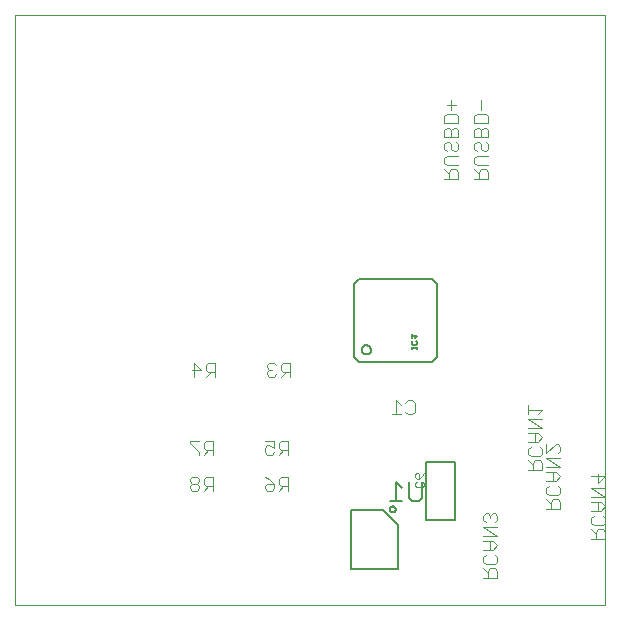
<source format=gbo>
G75*
%MOIN*%
%OFA0B0*%
%FSLAX25Y25*%
%IPPOS*%
%LPD*%
%AMOC8*
5,1,8,0,0,1.08239X$1,22.5*
%
%ADD10C,0.00000*%
%ADD11C,0.00400*%
%ADD12C,0.00600*%
%ADD13C,0.00500*%
%ADD14C,0.00800*%
%ADD15C,0.00700*%
%ADD16C,0.00300*%
D10*
X0002100Y0001100D02*
X0002100Y0197950D01*
X0198950Y0197950D01*
X0198950Y0001100D01*
X0002100Y0001100D01*
D11*
X0060435Y0040067D02*
X0061202Y0039300D01*
X0062737Y0039300D01*
X0063504Y0040067D01*
X0063504Y0040835D01*
X0062737Y0041602D01*
X0061202Y0041602D01*
X0060435Y0040835D01*
X0060435Y0040067D01*
X0061202Y0041602D02*
X0060435Y0042369D01*
X0060435Y0043137D01*
X0061202Y0043904D01*
X0062737Y0043904D01*
X0063504Y0043137D01*
X0063504Y0042369D01*
X0062737Y0041602D01*
X0065039Y0041602D02*
X0065039Y0043137D01*
X0065806Y0043904D01*
X0068108Y0043904D01*
X0068108Y0039300D01*
X0068108Y0040835D02*
X0065806Y0040835D01*
X0065039Y0041602D01*
X0066573Y0040835D02*
X0065039Y0039300D01*
X0065039Y0051300D02*
X0066573Y0052835D01*
X0065806Y0052835D02*
X0068108Y0052835D01*
X0068108Y0051300D02*
X0068108Y0055904D01*
X0065806Y0055904D01*
X0065039Y0055137D01*
X0065039Y0053602D01*
X0065806Y0052835D01*
X0063504Y0052067D02*
X0063504Y0051300D01*
X0063504Y0052067D02*
X0060435Y0055137D01*
X0060435Y0055904D01*
X0063504Y0055904D01*
X0061994Y0077300D02*
X0061994Y0081904D01*
X0064296Y0079602D01*
X0061227Y0079602D01*
X0065831Y0079602D02*
X0066598Y0078835D01*
X0068900Y0078835D01*
X0067365Y0078835D02*
X0065831Y0077300D01*
X0065831Y0079602D02*
X0065831Y0081137D01*
X0066598Y0081904D01*
X0068900Y0081904D01*
X0068900Y0077300D01*
X0086227Y0078067D02*
X0086994Y0077300D01*
X0088529Y0077300D01*
X0089296Y0078067D01*
X0090831Y0077300D02*
X0092365Y0078835D01*
X0091598Y0078835D02*
X0093900Y0078835D01*
X0093900Y0077300D02*
X0093900Y0081904D01*
X0091598Y0081904D01*
X0090831Y0081137D01*
X0090831Y0079602D01*
X0091598Y0078835D01*
X0089296Y0081137D02*
X0088529Y0081904D01*
X0086994Y0081904D01*
X0086227Y0081137D01*
X0086227Y0080369D01*
X0086994Y0079602D01*
X0086227Y0078835D01*
X0086227Y0078067D01*
X0086994Y0079602D02*
X0087761Y0079602D01*
X0088504Y0055904D02*
X0085435Y0055904D01*
X0086202Y0054369D02*
X0085435Y0053602D01*
X0085435Y0052067D01*
X0086202Y0051300D01*
X0087737Y0051300D01*
X0088504Y0052067D01*
X0088504Y0053602D02*
X0086969Y0054369D01*
X0086202Y0054369D01*
X0088504Y0053602D02*
X0088504Y0055904D01*
X0090039Y0055137D02*
X0090039Y0053602D01*
X0090806Y0052835D01*
X0093108Y0052835D01*
X0091573Y0052835D02*
X0090039Y0051300D01*
X0093108Y0051300D02*
X0093108Y0055904D01*
X0090806Y0055904D01*
X0090039Y0055137D01*
X0090806Y0043904D02*
X0090039Y0043137D01*
X0090039Y0041602D01*
X0090806Y0040835D01*
X0093108Y0040835D01*
X0091573Y0040835D02*
X0090039Y0039300D01*
X0088504Y0040067D02*
X0087737Y0039300D01*
X0086202Y0039300D01*
X0085435Y0040067D01*
X0085435Y0040835D01*
X0086202Y0041602D01*
X0088504Y0041602D01*
X0088504Y0040067D01*
X0088504Y0041602D02*
X0086969Y0043137D01*
X0085435Y0043904D01*
X0090806Y0043904D02*
X0093108Y0043904D01*
X0093108Y0039300D01*
X0127727Y0064800D02*
X0130796Y0064800D01*
X0129261Y0064800D02*
X0129261Y0069404D01*
X0130796Y0067869D01*
X0132331Y0068637D02*
X0133098Y0069404D01*
X0134633Y0069404D01*
X0135400Y0068637D01*
X0135400Y0065567D01*
X0134633Y0064800D01*
X0133098Y0064800D01*
X0132331Y0065567D01*
X0159067Y0031765D02*
X0158300Y0030998D01*
X0158300Y0029463D01*
X0159067Y0028696D01*
X0158300Y0027161D02*
X0162904Y0027161D01*
X0162137Y0028696D02*
X0162904Y0029463D01*
X0162904Y0030998D01*
X0162137Y0031765D01*
X0161369Y0031765D01*
X0160602Y0030998D01*
X0159835Y0031765D01*
X0159067Y0031765D01*
X0160602Y0030998D02*
X0160602Y0030231D01*
X0158300Y0027161D02*
X0162904Y0024092D01*
X0158300Y0024092D01*
X0158300Y0022557D02*
X0161369Y0022557D01*
X0162904Y0021023D01*
X0161369Y0019488D01*
X0158300Y0019488D01*
X0159067Y0017954D02*
X0158300Y0017186D01*
X0158300Y0015652D01*
X0159067Y0014884D01*
X0162137Y0014884D01*
X0162904Y0015652D01*
X0162904Y0017186D01*
X0162137Y0017954D01*
X0160602Y0019488D02*
X0160602Y0022557D01*
X0160602Y0013350D02*
X0159835Y0012582D01*
X0159835Y0010280D01*
X0159835Y0011815D02*
X0158300Y0013350D01*
X0160602Y0013350D02*
X0162137Y0013350D01*
X0162904Y0012582D01*
X0162904Y0010280D01*
X0158300Y0010280D01*
X0179300Y0033280D02*
X0183904Y0033280D01*
X0183904Y0035582D01*
X0183137Y0036350D01*
X0181602Y0036350D01*
X0180835Y0035582D01*
X0180835Y0033280D01*
X0180835Y0034815D02*
X0179300Y0036350D01*
X0180067Y0037884D02*
X0179300Y0038652D01*
X0179300Y0040186D01*
X0180067Y0040954D01*
X0179300Y0042488D02*
X0182369Y0042488D01*
X0183904Y0044023D01*
X0182369Y0045557D01*
X0179300Y0045557D01*
X0179300Y0047092D02*
X0183904Y0047092D01*
X0179300Y0050161D01*
X0183904Y0050161D01*
X0183137Y0051696D02*
X0183904Y0052463D01*
X0183904Y0053998D01*
X0183137Y0054765D01*
X0182369Y0054765D01*
X0179300Y0051696D01*
X0179300Y0054765D01*
X0177904Y0053206D02*
X0177904Y0051671D01*
X0177137Y0050904D01*
X0174067Y0050904D01*
X0173300Y0051671D01*
X0173300Y0053206D01*
X0174067Y0053973D01*
X0173300Y0055508D02*
X0176369Y0055508D01*
X0177904Y0057042D01*
X0176369Y0058577D01*
X0173300Y0058577D01*
X0173300Y0060112D02*
X0177904Y0060112D01*
X0173300Y0063181D01*
X0177904Y0063181D01*
X0176369Y0064716D02*
X0177904Y0066250D01*
X0173300Y0066250D01*
X0173300Y0064716D02*
X0173300Y0067785D01*
X0175602Y0058577D02*
X0175602Y0055508D01*
X0177137Y0053973D02*
X0177904Y0053206D01*
X0177137Y0049369D02*
X0175602Y0049369D01*
X0174835Y0048602D01*
X0174835Y0046300D01*
X0174835Y0047835D02*
X0173300Y0049369D01*
X0173300Y0046300D02*
X0177904Y0046300D01*
X0177904Y0048602D01*
X0177137Y0049369D01*
X0181602Y0045557D02*
X0181602Y0042488D01*
X0183137Y0040954D02*
X0183904Y0040186D01*
X0183904Y0038652D01*
X0183137Y0037884D01*
X0180067Y0037884D01*
X0194300Y0037112D02*
X0198904Y0037112D01*
X0194300Y0040181D01*
X0198904Y0040181D01*
X0196602Y0041716D02*
X0196602Y0044785D01*
X0194300Y0044018D02*
X0198904Y0044018D01*
X0196602Y0041716D01*
X0196602Y0035577D02*
X0196602Y0032508D01*
X0197369Y0032508D02*
X0194300Y0032508D01*
X0195067Y0030973D02*
X0194300Y0030206D01*
X0194300Y0028671D01*
X0195067Y0027904D01*
X0198137Y0027904D01*
X0198904Y0028671D01*
X0198904Y0030206D01*
X0198137Y0030973D01*
X0197369Y0032508D02*
X0198904Y0034042D01*
X0197369Y0035577D01*
X0194300Y0035577D01*
X0194300Y0026369D02*
X0195835Y0024835D01*
X0195835Y0025602D02*
X0195835Y0023300D01*
X0194300Y0023300D02*
X0198904Y0023300D01*
X0198904Y0025602D01*
X0198137Y0026369D01*
X0196602Y0026369D01*
X0195835Y0025602D01*
X0159904Y0143300D02*
X0155300Y0143300D01*
X0156835Y0143300D02*
X0156835Y0145602D01*
X0157602Y0146369D01*
X0159137Y0146369D01*
X0159904Y0145602D01*
X0159904Y0143300D01*
X0156835Y0144835D02*
X0155300Y0146369D01*
X0156067Y0147904D02*
X0155300Y0148671D01*
X0155300Y0150206D01*
X0156067Y0150973D01*
X0159904Y0150973D01*
X0159137Y0152508D02*
X0158369Y0152508D01*
X0157602Y0153275D01*
X0157602Y0154810D01*
X0156835Y0155577D01*
X0156067Y0155577D01*
X0155300Y0154810D01*
X0155300Y0153275D01*
X0156067Y0152508D01*
X0159137Y0152508D02*
X0159904Y0153275D01*
X0159904Y0154810D01*
X0159137Y0155577D01*
X0159904Y0157112D02*
X0159904Y0159414D01*
X0159137Y0160181D01*
X0158369Y0160181D01*
X0157602Y0159414D01*
X0157602Y0157112D01*
X0155300Y0157112D02*
X0159904Y0157112D01*
X0157602Y0159414D02*
X0156835Y0160181D01*
X0156067Y0160181D01*
X0155300Y0159414D01*
X0155300Y0157112D01*
X0149904Y0157112D02*
X0149904Y0159414D01*
X0149137Y0160181D01*
X0148369Y0160181D01*
X0147602Y0159414D01*
X0147602Y0157112D01*
X0146835Y0155577D02*
X0147602Y0154810D01*
X0147602Y0153275D01*
X0148369Y0152508D01*
X0149137Y0152508D01*
X0149904Y0153275D01*
X0149904Y0154810D01*
X0149137Y0155577D01*
X0149904Y0157112D02*
X0145300Y0157112D01*
X0145300Y0159414D01*
X0146067Y0160181D01*
X0146835Y0160181D01*
X0147602Y0159414D01*
X0149904Y0161716D02*
X0145300Y0161716D01*
X0145300Y0164018D01*
X0146067Y0164785D01*
X0149137Y0164785D01*
X0149904Y0164018D01*
X0149904Y0161716D01*
X0147602Y0166320D02*
X0147602Y0169389D01*
X0149137Y0167854D02*
X0146067Y0167854D01*
X0155300Y0164018D02*
X0155300Y0161716D01*
X0159904Y0161716D01*
X0159904Y0164018D01*
X0159137Y0164785D01*
X0156067Y0164785D01*
X0155300Y0164018D01*
X0157602Y0166320D02*
X0157602Y0169389D01*
X0146835Y0155577D02*
X0146067Y0155577D01*
X0145300Y0154810D01*
X0145300Y0153275D01*
X0146067Y0152508D01*
X0146067Y0150973D02*
X0149904Y0150973D01*
X0149904Y0147904D02*
X0146067Y0147904D01*
X0145300Y0148671D01*
X0145300Y0150206D01*
X0146067Y0150973D01*
X0145300Y0146369D02*
X0146835Y0144835D01*
X0146835Y0145602D02*
X0146835Y0143300D01*
X0145300Y0143300D02*
X0149904Y0143300D01*
X0149904Y0145602D01*
X0149137Y0146369D01*
X0147602Y0146369D01*
X0146835Y0145602D01*
X0156067Y0147904D02*
X0159904Y0147904D01*
D12*
X0141305Y0109880D02*
X0116895Y0109880D01*
X0115320Y0108305D01*
X0115320Y0083895D01*
X0116895Y0082320D01*
X0141305Y0082320D01*
X0142880Y0083895D01*
X0142880Y0108305D01*
X0141305Y0109880D01*
X0134400Y0091504D02*
X0134400Y0090237D01*
X0134400Y0090870D02*
X0136302Y0090870D01*
X0135668Y0090237D01*
X0135985Y0089202D02*
X0136302Y0088885D01*
X0136302Y0088252D01*
X0135985Y0087935D01*
X0134717Y0087935D01*
X0134400Y0088252D01*
X0134400Y0088885D01*
X0134717Y0089202D01*
X0134400Y0087034D02*
X0134400Y0086400D01*
X0134400Y0086717D02*
X0136302Y0086717D01*
X0136302Y0086400D02*
X0136302Y0087034D01*
X0117682Y0086257D02*
X0117684Y0086336D01*
X0117690Y0086415D01*
X0117700Y0086494D01*
X0117714Y0086572D01*
X0117731Y0086649D01*
X0117753Y0086725D01*
X0117778Y0086800D01*
X0117808Y0086873D01*
X0117840Y0086945D01*
X0117877Y0087016D01*
X0117917Y0087084D01*
X0117960Y0087150D01*
X0118006Y0087214D01*
X0118056Y0087276D01*
X0118109Y0087335D01*
X0118164Y0087391D01*
X0118223Y0087445D01*
X0118284Y0087495D01*
X0118347Y0087543D01*
X0118413Y0087587D01*
X0118481Y0087628D01*
X0118551Y0087665D01*
X0118622Y0087699D01*
X0118696Y0087729D01*
X0118770Y0087755D01*
X0118846Y0087777D01*
X0118923Y0087796D01*
X0119001Y0087811D01*
X0119079Y0087822D01*
X0119158Y0087829D01*
X0119237Y0087832D01*
X0119316Y0087831D01*
X0119395Y0087826D01*
X0119474Y0087817D01*
X0119552Y0087804D01*
X0119629Y0087787D01*
X0119706Y0087767D01*
X0119781Y0087742D01*
X0119855Y0087714D01*
X0119928Y0087682D01*
X0119998Y0087647D01*
X0120067Y0087608D01*
X0120134Y0087565D01*
X0120199Y0087519D01*
X0120261Y0087471D01*
X0120321Y0087419D01*
X0120378Y0087364D01*
X0120432Y0087306D01*
X0120483Y0087246D01*
X0120531Y0087183D01*
X0120576Y0087118D01*
X0120618Y0087050D01*
X0120656Y0086981D01*
X0120690Y0086910D01*
X0120721Y0086837D01*
X0120749Y0086762D01*
X0120772Y0086687D01*
X0120792Y0086610D01*
X0120808Y0086533D01*
X0120820Y0086454D01*
X0120828Y0086376D01*
X0120832Y0086297D01*
X0120832Y0086217D01*
X0120828Y0086138D01*
X0120820Y0086060D01*
X0120808Y0085981D01*
X0120792Y0085904D01*
X0120772Y0085827D01*
X0120749Y0085752D01*
X0120721Y0085677D01*
X0120690Y0085604D01*
X0120656Y0085533D01*
X0120618Y0085464D01*
X0120576Y0085396D01*
X0120531Y0085331D01*
X0120483Y0085268D01*
X0120432Y0085208D01*
X0120378Y0085150D01*
X0120321Y0085095D01*
X0120261Y0085043D01*
X0120199Y0084995D01*
X0120134Y0084949D01*
X0120067Y0084906D01*
X0119998Y0084867D01*
X0119928Y0084832D01*
X0119855Y0084800D01*
X0119781Y0084772D01*
X0119706Y0084747D01*
X0119629Y0084727D01*
X0119552Y0084710D01*
X0119474Y0084697D01*
X0119395Y0084688D01*
X0119316Y0084683D01*
X0119237Y0084682D01*
X0119158Y0084685D01*
X0119079Y0084692D01*
X0119001Y0084703D01*
X0118923Y0084718D01*
X0118846Y0084737D01*
X0118770Y0084759D01*
X0118696Y0084785D01*
X0118622Y0084815D01*
X0118551Y0084849D01*
X0118481Y0084886D01*
X0118413Y0084927D01*
X0118347Y0084971D01*
X0118284Y0085019D01*
X0118223Y0085069D01*
X0118164Y0085123D01*
X0118109Y0085179D01*
X0118056Y0085238D01*
X0118006Y0085300D01*
X0117960Y0085364D01*
X0117917Y0085430D01*
X0117877Y0085498D01*
X0117840Y0085569D01*
X0117808Y0085641D01*
X0117778Y0085714D01*
X0117753Y0085789D01*
X0117731Y0085865D01*
X0117714Y0085942D01*
X0117700Y0086020D01*
X0117690Y0086099D01*
X0117684Y0086178D01*
X0117682Y0086257D01*
D13*
X0139300Y0048800D02*
X0148900Y0048800D01*
X0148900Y0029400D01*
X0139300Y0029400D01*
X0139300Y0048800D01*
X0124974Y0032943D02*
X0114226Y0032943D01*
X0114226Y0013257D01*
X0129974Y0013257D01*
X0129974Y0027943D01*
X0124974Y0032943D01*
D14*
X0127100Y0033100D02*
X0127102Y0033163D01*
X0127108Y0033225D01*
X0127118Y0033287D01*
X0127131Y0033349D01*
X0127149Y0033409D01*
X0127170Y0033468D01*
X0127195Y0033526D01*
X0127224Y0033582D01*
X0127256Y0033636D01*
X0127291Y0033688D01*
X0127329Y0033737D01*
X0127371Y0033785D01*
X0127415Y0033829D01*
X0127463Y0033871D01*
X0127512Y0033909D01*
X0127564Y0033944D01*
X0127618Y0033976D01*
X0127674Y0034005D01*
X0127732Y0034030D01*
X0127791Y0034051D01*
X0127851Y0034069D01*
X0127913Y0034082D01*
X0127975Y0034092D01*
X0128037Y0034098D01*
X0128100Y0034100D01*
X0128163Y0034098D01*
X0128225Y0034092D01*
X0128287Y0034082D01*
X0128349Y0034069D01*
X0128409Y0034051D01*
X0128468Y0034030D01*
X0128526Y0034005D01*
X0128582Y0033976D01*
X0128636Y0033944D01*
X0128688Y0033909D01*
X0128737Y0033871D01*
X0128785Y0033829D01*
X0128829Y0033785D01*
X0128871Y0033737D01*
X0128909Y0033688D01*
X0128944Y0033636D01*
X0128976Y0033582D01*
X0129005Y0033526D01*
X0129030Y0033468D01*
X0129051Y0033409D01*
X0129069Y0033349D01*
X0129082Y0033287D01*
X0129092Y0033225D01*
X0129098Y0033163D01*
X0129100Y0033100D01*
X0129098Y0033037D01*
X0129092Y0032975D01*
X0129082Y0032913D01*
X0129069Y0032851D01*
X0129051Y0032791D01*
X0129030Y0032732D01*
X0129005Y0032674D01*
X0128976Y0032618D01*
X0128944Y0032564D01*
X0128909Y0032512D01*
X0128871Y0032463D01*
X0128829Y0032415D01*
X0128785Y0032371D01*
X0128737Y0032329D01*
X0128688Y0032291D01*
X0128636Y0032256D01*
X0128582Y0032224D01*
X0128526Y0032195D01*
X0128468Y0032170D01*
X0128409Y0032149D01*
X0128349Y0032131D01*
X0128287Y0032118D01*
X0128225Y0032108D01*
X0128163Y0032102D01*
X0128100Y0032100D01*
X0128037Y0032102D01*
X0127975Y0032108D01*
X0127913Y0032118D01*
X0127851Y0032131D01*
X0127791Y0032149D01*
X0127732Y0032170D01*
X0127674Y0032195D01*
X0127618Y0032224D01*
X0127564Y0032256D01*
X0127512Y0032291D01*
X0127463Y0032329D01*
X0127415Y0032371D01*
X0127371Y0032415D01*
X0127329Y0032463D01*
X0127291Y0032512D01*
X0127256Y0032564D01*
X0127224Y0032618D01*
X0127195Y0032674D01*
X0127170Y0032732D01*
X0127149Y0032791D01*
X0127131Y0032851D01*
X0127118Y0032913D01*
X0127108Y0032975D01*
X0127102Y0033037D01*
X0127100Y0033100D01*
D15*
X0127101Y0035950D02*
X0131305Y0035950D01*
X0129203Y0035950D02*
X0129203Y0042255D01*
X0131305Y0040154D01*
X0133546Y0042255D02*
X0133546Y0037001D01*
X0134597Y0035950D01*
X0136699Y0035950D01*
X0137750Y0037001D01*
X0137750Y0042255D01*
D16*
X0137969Y0042292D02*
X0138452Y0041808D01*
X0138452Y0040841D01*
X0137969Y0040357D01*
X0136034Y0040357D01*
X0135550Y0040841D01*
X0135550Y0041808D01*
X0136034Y0042292D01*
X0136034Y0043303D02*
X0135550Y0043787D01*
X0135550Y0044755D01*
X0136034Y0045238D01*
X0136517Y0045238D01*
X0137001Y0044755D01*
X0137001Y0043303D01*
X0136034Y0043303D01*
X0137001Y0043303D02*
X0137969Y0044271D01*
X0138452Y0045238D01*
M02*

</source>
